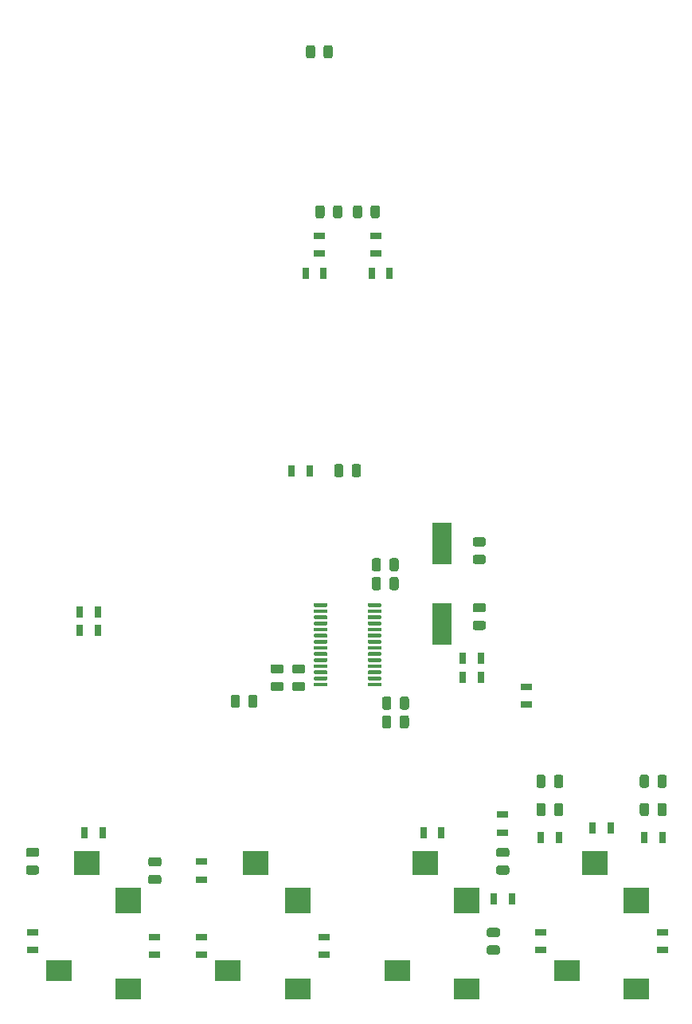
<source format=gbr>
%TF.GenerationSoftware,KiCad,Pcbnew,(5.1.6)-1*%
%TF.CreationDate,2021-01-03T17:25:38+01:00*%
%TF.ProjectId,Nucleo144_DSP,4e75636c-656f-4313-9434-5f4453502e6b,rev?*%
%TF.SameCoordinates,Original*%
%TF.FileFunction,Paste,Top*%
%TF.FilePolarity,Positive*%
%FSLAX46Y46*%
G04 Gerber Fmt 4.6, Leading zero omitted, Abs format (unit mm)*
G04 Created by KiCad (PCBNEW (5.1.6)-1) date 2021-01-03 17:25:38*
%MOMM*%
%LPD*%
G01*
G04 APERTURE LIST*
%ADD10R,2.000000X4.500000*%
%ADD11R,0.700000X1.300000*%
%ADD12R,1.300000X0.700000*%
%ADD13R,2.800000X2.800000*%
%ADD14R,2.800000X2.600000*%
%ADD15R,2.800000X2.200000*%
G04 APERTURE END LIST*
D10*
%TO.C,Y1*%
X146000000Y-117250000D03*
X146000000Y-125750000D03*
%TD*%
%TO.C,C1*%
G36*
G01*
X152956250Y-150550000D02*
X152043750Y-150550000D01*
G75*
G02*
X151800000Y-150306250I0J243750D01*
G01*
X151800000Y-149818750D01*
G75*
G02*
X152043750Y-149575000I243750J0D01*
G01*
X152956250Y-149575000D01*
G75*
G02*
X153200000Y-149818750I0J-243750D01*
G01*
X153200000Y-150306250D01*
G75*
G02*
X152956250Y-150550000I-243750J0D01*
G01*
G37*
G36*
G01*
X152956250Y-152425000D02*
X152043750Y-152425000D01*
G75*
G02*
X151800000Y-152181250I0J243750D01*
G01*
X151800000Y-151693750D01*
G75*
G02*
X152043750Y-151450000I243750J0D01*
G01*
X152956250Y-151450000D01*
G75*
G02*
X153200000Y-151693750I0J-243750D01*
G01*
X153200000Y-152181250D01*
G75*
G02*
X152956250Y-152425000I-243750J0D01*
G01*
G37*
%TD*%
%TO.C,C3*%
G36*
G01*
X138575000Y-119956250D02*
X138575000Y-119043750D01*
G75*
G02*
X138818750Y-118800000I243750J0D01*
G01*
X139306250Y-118800000D01*
G75*
G02*
X139550000Y-119043750I0J-243750D01*
G01*
X139550000Y-119956250D01*
G75*
G02*
X139306250Y-120200000I-243750J0D01*
G01*
X138818750Y-120200000D01*
G75*
G02*
X138575000Y-119956250I0J243750D01*
G01*
G37*
G36*
G01*
X140450000Y-119956250D02*
X140450000Y-119043750D01*
G75*
G02*
X140693750Y-118800000I243750J0D01*
G01*
X141181250Y-118800000D01*
G75*
G02*
X141425000Y-119043750I0J-243750D01*
G01*
X141425000Y-119956250D01*
G75*
G02*
X141181250Y-120200000I-243750J0D01*
G01*
X140693750Y-120200000D01*
G75*
G02*
X140450000Y-119956250I0J243750D01*
G01*
G37*
%TD*%
%TO.C,C4*%
G36*
G01*
X128043750Y-130075000D02*
X128956250Y-130075000D01*
G75*
G02*
X129200000Y-130318750I0J-243750D01*
G01*
X129200000Y-130806250D01*
G75*
G02*
X128956250Y-131050000I-243750J0D01*
G01*
X128043750Y-131050000D01*
G75*
G02*
X127800000Y-130806250I0J243750D01*
G01*
X127800000Y-130318750D01*
G75*
G02*
X128043750Y-130075000I243750J0D01*
G01*
G37*
G36*
G01*
X128043750Y-131950000D02*
X128956250Y-131950000D01*
G75*
G02*
X129200000Y-132193750I0J-243750D01*
G01*
X129200000Y-132681250D01*
G75*
G02*
X128956250Y-132925000I-243750J0D01*
G01*
X128043750Y-132925000D01*
G75*
G02*
X127800000Y-132681250I0J243750D01*
G01*
X127800000Y-132193750D01*
G75*
G02*
X128043750Y-131950000I243750J0D01*
G01*
G37*
%TD*%
%TO.C,C2*%
G36*
G01*
X151956250Y-160925000D02*
X151043750Y-160925000D01*
G75*
G02*
X150800000Y-160681250I0J243750D01*
G01*
X150800000Y-160193750D01*
G75*
G02*
X151043750Y-159950000I243750J0D01*
G01*
X151956250Y-159950000D01*
G75*
G02*
X152200000Y-160193750I0J-243750D01*
G01*
X152200000Y-160681250D01*
G75*
G02*
X151956250Y-160925000I-243750J0D01*
G01*
G37*
G36*
G01*
X151956250Y-159050000D02*
X151043750Y-159050000D01*
G75*
G02*
X150800000Y-158806250I0J243750D01*
G01*
X150800000Y-158318750D01*
G75*
G02*
X151043750Y-158075000I243750J0D01*
G01*
X151956250Y-158075000D01*
G75*
G02*
X152200000Y-158318750I0J-243750D01*
G01*
X152200000Y-158806250D01*
G75*
G02*
X151956250Y-159050000I-243750J0D01*
G01*
G37*
%TD*%
%TO.C,C5*%
G36*
G01*
X140450000Y-121956250D02*
X140450000Y-121043750D01*
G75*
G02*
X140693750Y-120800000I243750J0D01*
G01*
X141181250Y-120800000D01*
G75*
G02*
X141425000Y-121043750I0J-243750D01*
G01*
X141425000Y-121956250D01*
G75*
G02*
X141181250Y-122200000I-243750J0D01*
G01*
X140693750Y-122200000D01*
G75*
G02*
X140450000Y-121956250I0J243750D01*
G01*
G37*
G36*
G01*
X138575000Y-121956250D02*
X138575000Y-121043750D01*
G75*
G02*
X138818750Y-120800000I243750J0D01*
G01*
X139306250Y-120800000D01*
G75*
G02*
X139550000Y-121043750I0J-243750D01*
G01*
X139550000Y-121956250D01*
G75*
G02*
X139306250Y-122200000I-243750J0D01*
G01*
X138818750Y-122200000D01*
G75*
G02*
X138575000Y-121956250I0J243750D01*
G01*
G37*
%TD*%
%TO.C,C6*%
G36*
G01*
X130343750Y-131950000D02*
X131256250Y-131950000D01*
G75*
G02*
X131500000Y-132193750I0J-243750D01*
G01*
X131500000Y-132681250D01*
G75*
G02*
X131256250Y-132925000I-243750J0D01*
G01*
X130343750Y-132925000D01*
G75*
G02*
X130100000Y-132681250I0J243750D01*
G01*
X130100000Y-132193750D01*
G75*
G02*
X130343750Y-131950000I243750J0D01*
G01*
G37*
G36*
G01*
X130343750Y-130075000D02*
X131256250Y-130075000D01*
G75*
G02*
X131500000Y-130318750I0J-243750D01*
G01*
X131500000Y-130806250D01*
G75*
G02*
X131256250Y-131050000I-243750J0D01*
G01*
X130343750Y-131050000D01*
G75*
G02*
X130100000Y-130806250I0J243750D01*
G01*
X130100000Y-130318750D01*
G75*
G02*
X130343750Y-130075000I243750J0D01*
G01*
G37*
%TD*%
%TO.C,C7*%
G36*
G01*
X167075000Y-145956250D02*
X167075000Y-145043750D01*
G75*
G02*
X167318750Y-144800000I243750J0D01*
G01*
X167806250Y-144800000D01*
G75*
G02*
X168050000Y-145043750I0J-243750D01*
G01*
X168050000Y-145956250D01*
G75*
G02*
X167806250Y-146200000I-243750J0D01*
G01*
X167318750Y-146200000D01*
G75*
G02*
X167075000Y-145956250I0J243750D01*
G01*
G37*
G36*
G01*
X168950000Y-145956250D02*
X168950000Y-145043750D01*
G75*
G02*
X169193750Y-144800000I243750J0D01*
G01*
X169681250Y-144800000D01*
G75*
G02*
X169925000Y-145043750I0J-243750D01*
G01*
X169925000Y-145956250D01*
G75*
G02*
X169681250Y-146200000I-243750J0D01*
G01*
X169193750Y-146200000D01*
G75*
G02*
X168950000Y-145956250I0J243750D01*
G01*
G37*
%TD*%
%TO.C,C8*%
G36*
G01*
X168050000Y-142043750D02*
X168050000Y-142956250D01*
G75*
G02*
X167806250Y-143200000I-243750J0D01*
G01*
X167318750Y-143200000D01*
G75*
G02*
X167075000Y-142956250I0J243750D01*
G01*
X167075000Y-142043750D01*
G75*
G02*
X167318750Y-141800000I243750J0D01*
G01*
X167806250Y-141800000D01*
G75*
G02*
X168050000Y-142043750I0J-243750D01*
G01*
G37*
G36*
G01*
X169925000Y-142043750D02*
X169925000Y-142956250D01*
G75*
G02*
X169681250Y-143200000I-243750J0D01*
G01*
X169193750Y-143200000D01*
G75*
G02*
X168950000Y-142956250I0J243750D01*
G01*
X168950000Y-142043750D01*
G75*
G02*
X169193750Y-141800000I243750J0D01*
G01*
X169681250Y-141800000D01*
G75*
G02*
X169925000Y-142043750I0J-243750D01*
G01*
G37*
%TD*%
%TO.C,C9*%
G36*
G01*
X157950000Y-142956250D02*
X157950000Y-142043750D01*
G75*
G02*
X158193750Y-141800000I243750J0D01*
G01*
X158681250Y-141800000D01*
G75*
G02*
X158925000Y-142043750I0J-243750D01*
G01*
X158925000Y-142956250D01*
G75*
G02*
X158681250Y-143200000I-243750J0D01*
G01*
X158193750Y-143200000D01*
G75*
G02*
X157950000Y-142956250I0J243750D01*
G01*
G37*
G36*
G01*
X156075000Y-142956250D02*
X156075000Y-142043750D01*
G75*
G02*
X156318750Y-141800000I243750J0D01*
G01*
X156806250Y-141800000D01*
G75*
G02*
X157050000Y-142043750I0J-243750D01*
G01*
X157050000Y-142956250D01*
G75*
G02*
X156806250Y-143200000I-243750J0D01*
G01*
X156318750Y-143200000D01*
G75*
G02*
X156075000Y-142956250I0J243750D01*
G01*
G37*
%TD*%
%TO.C,C10*%
G36*
G01*
X157950000Y-145956250D02*
X157950000Y-145043750D01*
G75*
G02*
X158193750Y-144800000I243750J0D01*
G01*
X158681250Y-144800000D01*
G75*
G02*
X158925000Y-145043750I0J-243750D01*
G01*
X158925000Y-145956250D01*
G75*
G02*
X158681250Y-146200000I-243750J0D01*
G01*
X158193750Y-146200000D01*
G75*
G02*
X157950000Y-145956250I0J243750D01*
G01*
G37*
G36*
G01*
X156075000Y-145956250D02*
X156075000Y-145043750D01*
G75*
G02*
X156318750Y-144800000I243750J0D01*
G01*
X156806250Y-144800000D01*
G75*
G02*
X157050000Y-145043750I0J-243750D01*
G01*
X157050000Y-145956250D01*
G75*
G02*
X156806250Y-146200000I-243750J0D01*
G01*
X156318750Y-146200000D01*
G75*
G02*
X156075000Y-145956250I0J243750D01*
G01*
G37*
%TD*%
%TO.C,C11*%
G36*
G01*
X149543750Y-123575000D02*
X150456250Y-123575000D01*
G75*
G02*
X150700000Y-123818750I0J-243750D01*
G01*
X150700000Y-124306250D01*
G75*
G02*
X150456250Y-124550000I-243750J0D01*
G01*
X149543750Y-124550000D01*
G75*
G02*
X149300000Y-124306250I0J243750D01*
G01*
X149300000Y-123818750D01*
G75*
G02*
X149543750Y-123575000I243750J0D01*
G01*
G37*
G36*
G01*
X149543750Y-125450000D02*
X150456250Y-125450000D01*
G75*
G02*
X150700000Y-125693750I0J-243750D01*
G01*
X150700000Y-126181250D01*
G75*
G02*
X150456250Y-126425000I-243750J0D01*
G01*
X149543750Y-126425000D01*
G75*
G02*
X149300000Y-126181250I0J243750D01*
G01*
X149300000Y-125693750D01*
G75*
G02*
X149543750Y-125450000I243750J0D01*
G01*
G37*
%TD*%
%TO.C,C12*%
G36*
G01*
X150456250Y-119425000D02*
X149543750Y-119425000D01*
G75*
G02*
X149300000Y-119181250I0J243750D01*
G01*
X149300000Y-118693750D01*
G75*
G02*
X149543750Y-118450000I243750J0D01*
G01*
X150456250Y-118450000D01*
G75*
G02*
X150700000Y-118693750I0J-243750D01*
G01*
X150700000Y-119181250D01*
G75*
G02*
X150456250Y-119425000I-243750J0D01*
G01*
G37*
G36*
G01*
X150456250Y-117550000D02*
X149543750Y-117550000D01*
G75*
G02*
X149300000Y-117306250I0J243750D01*
G01*
X149300000Y-116818750D01*
G75*
G02*
X149543750Y-116575000I243750J0D01*
G01*
X150456250Y-116575000D01*
G75*
G02*
X150700000Y-116818750I0J-243750D01*
G01*
X150700000Y-117306250D01*
G75*
G02*
X150456250Y-117550000I-243750J0D01*
G01*
G37*
%TD*%
%TO.C,C13*%
G36*
G01*
X142525000Y-135743750D02*
X142525000Y-136656250D01*
G75*
G02*
X142281250Y-136900000I-243750J0D01*
G01*
X141793750Y-136900000D01*
G75*
G02*
X141550000Y-136656250I0J243750D01*
G01*
X141550000Y-135743750D01*
G75*
G02*
X141793750Y-135500000I243750J0D01*
G01*
X142281250Y-135500000D01*
G75*
G02*
X142525000Y-135743750I0J-243750D01*
G01*
G37*
G36*
G01*
X140650000Y-135743750D02*
X140650000Y-136656250D01*
G75*
G02*
X140406250Y-136900000I-243750J0D01*
G01*
X139918750Y-136900000D01*
G75*
G02*
X139675000Y-136656250I0J243750D01*
G01*
X139675000Y-135743750D01*
G75*
G02*
X139918750Y-135500000I243750J0D01*
G01*
X140406250Y-135500000D01*
G75*
G02*
X140650000Y-135743750I0J-243750D01*
G01*
G37*
%TD*%
%TO.C,C14*%
G36*
G01*
X140650000Y-133743750D02*
X140650000Y-134656250D01*
G75*
G02*
X140406250Y-134900000I-243750J0D01*
G01*
X139918750Y-134900000D01*
G75*
G02*
X139675000Y-134656250I0J243750D01*
G01*
X139675000Y-133743750D01*
G75*
G02*
X139918750Y-133500000I243750J0D01*
G01*
X140406250Y-133500000D01*
G75*
G02*
X140650000Y-133743750I0J-243750D01*
G01*
G37*
G36*
G01*
X142525000Y-133743750D02*
X142525000Y-134656250D01*
G75*
G02*
X142281250Y-134900000I-243750J0D01*
G01*
X141793750Y-134900000D01*
G75*
G02*
X141550000Y-134656250I0J243750D01*
G01*
X141550000Y-133743750D01*
G75*
G02*
X141793750Y-133500000I243750J0D01*
G01*
X142281250Y-133500000D01*
G75*
G02*
X142525000Y-133743750I0J-243750D01*
G01*
G37*
%TD*%
%TO.C,C17*%
G36*
G01*
X115956250Y-151550000D02*
X115043750Y-151550000D01*
G75*
G02*
X114800000Y-151306250I0J243750D01*
G01*
X114800000Y-150818750D01*
G75*
G02*
X115043750Y-150575000I243750J0D01*
G01*
X115956250Y-150575000D01*
G75*
G02*
X116200000Y-150818750I0J-243750D01*
G01*
X116200000Y-151306250D01*
G75*
G02*
X115956250Y-151550000I-243750J0D01*
G01*
G37*
G36*
G01*
X115956250Y-153425000D02*
X115043750Y-153425000D01*
G75*
G02*
X114800000Y-153181250I0J243750D01*
G01*
X114800000Y-152693750D01*
G75*
G02*
X115043750Y-152450000I243750J0D01*
G01*
X115956250Y-152450000D01*
G75*
G02*
X116200000Y-152693750I0J-243750D01*
G01*
X116200000Y-153181250D01*
G75*
G02*
X115956250Y-153425000I-243750J0D01*
G01*
G37*
%TD*%
%TO.C,C18*%
G36*
G01*
X102956250Y-152425000D02*
X102043750Y-152425000D01*
G75*
G02*
X101800000Y-152181250I0J243750D01*
G01*
X101800000Y-151693750D01*
G75*
G02*
X102043750Y-151450000I243750J0D01*
G01*
X102956250Y-151450000D01*
G75*
G02*
X103200000Y-151693750I0J-243750D01*
G01*
X103200000Y-152181250D01*
G75*
G02*
X102956250Y-152425000I-243750J0D01*
G01*
G37*
G36*
G01*
X102956250Y-150550000D02*
X102043750Y-150550000D01*
G75*
G02*
X101800000Y-150306250I0J243750D01*
G01*
X101800000Y-149818750D01*
G75*
G02*
X102043750Y-149575000I243750J0D01*
G01*
X102956250Y-149575000D01*
G75*
G02*
X103200000Y-149818750I0J-243750D01*
G01*
X103200000Y-150306250D01*
G75*
G02*
X102956250Y-150550000I-243750J0D01*
G01*
G37*
%TD*%
%TO.C,C19*%
G36*
G01*
X138450000Y-82456250D02*
X138450000Y-81543750D01*
G75*
G02*
X138693750Y-81300000I243750J0D01*
G01*
X139181250Y-81300000D01*
G75*
G02*
X139425000Y-81543750I0J-243750D01*
G01*
X139425000Y-82456250D01*
G75*
G02*
X139181250Y-82700000I-243750J0D01*
G01*
X138693750Y-82700000D01*
G75*
G02*
X138450000Y-82456250I0J243750D01*
G01*
G37*
G36*
G01*
X136575000Y-82456250D02*
X136575000Y-81543750D01*
G75*
G02*
X136818750Y-81300000I243750J0D01*
G01*
X137306250Y-81300000D01*
G75*
G02*
X137550000Y-81543750I0J-243750D01*
G01*
X137550000Y-82456250D01*
G75*
G02*
X137306250Y-82700000I-243750J0D01*
G01*
X136818750Y-82700000D01*
G75*
G02*
X136575000Y-82456250I0J243750D01*
G01*
G37*
%TD*%
%TO.C,C20*%
G36*
G01*
X132575000Y-82456250D02*
X132575000Y-81543750D01*
G75*
G02*
X132818750Y-81300000I243750J0D01*
G01*
X133306250Y-81300000D01*
G75*
G02*
X133550000Y-81543750I0J-243750D01*
G01*
X133550000Y-82456250D01*
G75*
G02*
X133306250Y-82700000I-243750J0D01*
G01*
X132818750Y-82700000D01*
G75*
G02*
X132575000Y-82456250I0J243750D01*
G01*
G37*
G36*
G01*
X134450000Y-82456250D02*
X134450000Y-81543750D01*
G75*
G02*
X134693750Y-81300000I243750J0D01*
G01*
X135181250Y-81300000D01*
G75*
G02*
X135425000Y-81543750I0J-243750D01*
G01*
X135425000Y-82456250D01*
G75*
G02*
X135181250Y-82700000I-243750J0D01*
G01*
X134693750Y-82700000D01*
G75*
G02*
X134450000Y-82456250I0J243750D01*
G01*
G37*
%TD*%
%TO.C,C21*%
G36*
G01*
X134575000Y-109956250D02*
X134575000Y-109043750D01*
G75*
G02*
X134818750Y-108800000I243750J0D01*
G01*
X135306250Y-108800000D01*
G75*
G02*
X135550000Y-109043750I0J-243750D01*
G01*
X135550000Y-109956250D01*
G75*
G02*
X135306250Y-110200000I-243750J0D01*
G01*
X134818750Y-110200000D01*
G75*
G02*
X134575000Y-109956250I0J243750D01*
G01*
G37*
G36*
G01*
X136450000Y-109956250D02*
X136450000Y-109043750D01*
G75*
G02*
X136693750Y-108800000I243750J0D01*
G01*
X137181250Y-108800000D01*
G75*
G02*
X137425000Y-109043750I0J-243750D01*
G01*
X137425000Y-109956250D01*
G75*
G02*
X137181250Y-110200000I-243750J0D01*
G01*
X136693750Y-110200000D01*
G75*
G02*
X136450000Y-109956250I0J243750D01*
G01*
G37*
%TD*%
%TO.C,C22*%
G36*
G01*
X133450000Y-65456250D02*
X133450000Y-64543750D01*
G75*
G02*
X133693750Y-64300000I243750J0D01*
G01*
X134181250Y-64300000D01*
G75*
G02*
X134425000Y-64543750I0J-243750D01*
G01*
X134425000Y-65456250D01*
G75*
G02*
X134181250Y-65700000I-243750J0D01*
G01*
X133693750Y-65700000D01*
G75*
G02*
X133450000Y-65456250I0J243750D01*
G01*
G37*
G36*
G01*
X131575000Y-65456250D02*
X131575000Y-64543750D01*
G75*
G02*
X131818750Y-64300000I243750J0D01*
G01*
X132306250Y-64300000D01*
G75*
G02*
X132550000Y-64543750I0J-243750D01*
G01*
X132550000Y-65456250D01*
G75*
G02*
X132306250Y-65700000I-243750J0D01*
G01*
X131818750Y-65700000D01*
G75*
G02*
X131575000Y-65456250I0J243750D01*
G01*
G37*
%TD*%
%TO.C,FB1*%
G36*
G01*
X126425000Y-133543750D02*
X126425000Y-134456250D01*
G75*
G02*
X126181250Y-134700000I-243750J0D01*
G01*
X125693750Y-134700000D01*
G75*
G02*
X125450000Y-134456250I0J243750D01*
G01*
X125450000Y-133543750D01*
G75*
G02*
X125693750Y-133300000I243750J0D01*
G01*
X126181250Y-133300000D01*
G75*
G02*
X126425000Y-133543750I0J-243750D01*
G01*
G37*
G36*
G01*
X124550000Y-133543750D02*
X124550000Y-134456250D01*
G75*
G02*
X124306250Y-134700000I-243750J0D01*
G01*
X123818750Y-134700000D01*
G75*
G02*
X123575000Y-134456250I0J243750D01*
G01*
X123575000Y-133543750D01*
G75*
G02*
X123818750Y-133300000I243750J0D01*
G01*
X124306250Y-133300000D01*
G75*
G02*
X124550000Y-133543750I0J-243750D01*
G01*
G37*
%TD*%
D11*
%TO.C,R1*%
X151550000Y-155000000D03*
X153450000Y-155000000D03*
%TD*%
D12*
%TO.C,R2*%
X152500000Y-146050000D03*
X152500000Y-147950000D03*
%TD*%
D11*
%TO.C,R3*%
X145950000Y-148000000D03*
X144050000Y-148000000D03*
%TD*%
%TO.C,R4*%
X107550000Y-124500000D03*
X109450000Y-124500000D03*
%TD*%
%TO.C,R5*%
X109450000Y-126500000D03*
X107550000Y-126500000D03*
%TD*%
%TO.C,R7*%
X169450000Y-148500000D03*
X167550000Y-148500000D03*
%TD*%
%TO.C,R8*%
X148250000Y-131500000D03*
X150150000Y-131500000D03*
%TD*%
%TO.C,R9*%
X150150000Y-129400000D03*
X148250000Y-129400000D03*
%TD*%
D12*
%TO.C,R10*%
X169500000Y-158550000D03*
X169500000Y-160450000D03*
%TD*%
%TO.C,R11*%
X156500000Y-158550000D03*
X156500000Y-160450000D03*
%TD*%
D11*
%TO.C,R12*%
X156550000Y-148500000D03*
X158450000Y-148500000D03*
%TD*%
D12*
%TO.C,R14*%
X133500000Y-160950000D03*
X133500000Y-159050000D03*
%TD*%
%TO.C,R16*%
X120500000Y-160950000D03*
X120500000Y-159050000D03*
%TD*%
%TO.C,R13*%
X120500000Y-152950000D03*
X120500000Y-151050000D03*
%TD*%
%TO.C,R23*%
X115500000Y-160950000D03*
X115500000Y-159050000D03*
%TD*%
%TO.C,R24*%
X102500000Y-160450000D03*
X102500000Y-158550000D03*
%TD*%
D11*
%TO.C,R17*%
X131550000Y-88500000D03*
X133450000Y-88500000D03*
%TD*%
%TO.C,R18*%
X138550000Y-88500000D03*
X140450000Y-88500000D03*
%TD*%
%TO.C,R19*%
X130050000Y-109500000D03*
X131950000Y-109500000D03*
%TD*%
D12*
%TO.C,R20*%
X139000000Y-84550000D03*
X139000000Y-86450000D03*
%TD*%
%TO.C,R21*%
X133000000Y-84550000D03*
X133000000Y-86450000D03*
%TD*%
%TO.C,U1*%
G36*
G01*
X132400000Y-123875000D02*
X132400000Y-123675000D01*
G75*
G02*
X132500000Y-123575000I100000J0D01*
G01*
X133775000Y-123575000D01*
G75*
G02*
X133875000Y-123675000I0J-100000D01*
G01*
X133875000Y-123875000D01*
G75*
G02*
X133775000Y-123975000I-100000J0D01*
G01*
X132500000Y-123975000D01*
G75*
G02*
X132400000Y-123875000I0J100000D01*
G01*
G37*
G36*
G01*
X132400000Y-124525000D02*
X132400000Y-124325000D01*
G75*
G02*
X132500000Y-124225000I100000J0D01*
G01*
X133775000Y-124225000D01*
G75*
G02*
X133875000Y-124325000I0J-100000D01*
G01*
X133875000Y-124525000D01*
G75*
G02*
X133775000Y-124625000I-100000J0D01*
G01*
X132500000Y-124625000D01*
G75*
G02*
X132400000Y-124525000I0J100000D01*
G01*
G37*
G36*
G01*
X132400000Y-125175000D02*
X132400000Y-124975000D01*
G75*
G02*
X132500000Y-124875000I100000J0D01*
G01*
X133775000Y-124875000D01*
G75*
G02*
X133875000Y-124975000I0J-100000D01*
G01*
X133875000Y-125175000D01*
G75*
G02*
X133775000Y-125275000I-100000J0D01*
G01*
X132500000Y-125275000D01*
G75*
G02*
X132400000Y-125175000I0J100000D01*
G01*
G37*
G36*
G01*
X132400000Y-125825000D02*
X132400000Y-125625000D01*
G75*
G02*
X132500000Y-125525000I100000J0D01*
G01*
X133775000Y-125525000D01*
G75*
G02*
X133875000Y-125625000I0J-100000D01*
G01*
X133875000Y-125825000D01*
G75*
G02*
X133775000Y-125925000I-100000J0D01*
G01*
X132500000Y-125925000D01*
G75*
G02*
X132400000Y-125825000I0J100000D01*
G01*
G37*
G36*
G01*
X132400000Y-126475000D02*
X132400000Y-126275000D01*
G75*
G02*
X132500000Y-126175000I100000J0D01*
G01*
X133775000Y-126175000D01*
G75*
G02*
X133875000Y-126275000I0J-100000D01*
G01*
X133875000Y-126475000D01*
G75*
G02*
X133775000Y-126575000I-100000J0D01*
G01*
X132500000Y-126575000D01*
G75*
G02*
X132400000Y-126475000I0J100000D01*
G01*
G37*
G36*
G01*
X132400000Y-127125000D02*
X132400000Y-126925000D01*
G75*
G02*
X132500000Y-126825000I100000J0D01*
G01*
X133775000Y-126825000D01*
G75*
G02*
X133875000Y-126925000I0J-100000D01*
G01*
X133875000Y-127125000D01*
G75*
G02*
X133775000Y-127225000I-100000J0D01*
G01*
X132500000Y-127225000D01*
G75*
G02*
X132400000Y-127125000I0J100000D01*
G01*
G37*
G36*
G01*
X132400000Y-127775000D02*
X132400000Y-127575000D01*
G75*
G02*
X132500000Y-127475000I100000J0D01*
G01*
X133775000Y-127475000D01*
G75*
G02*
X133875000Y-127575000I0J-100000D01*
G01*
X133875000Y-127775000D01*
G75*
G02*
X133775000Y-127875000I-100000J0D01*
G01*
X132500000Y-127875000D01*
G75*
G02*
X132400000Y-127775000I0J100000D01*
G01*
G37*
G36*
G01*
X132400000Y-128425000D02*
X132400000Y-128225000D01*
G75*
G02*
X132500000Y-128125000I100000J0D01*
G01*
X133775000Y-128125000D01*
G75*
G02*
X133875000Y-128225000I0J-100000D01*
G01*
X133875000Y-128425000D01*
G75*
G02*
X133775000Y-128525000I-100000J0D01*
G01*
X132500000Y-128525000D01*
G75*
G02*
X132400000Y-128425000I0J100000D01*
G01*
G37*
G36*
G01*
X132400000Y-129075000D02*
X132400000Y-128875000D01*
G75*
G02*
X132500000Y-128775000I100000J0D01*
G01*
X133775000Y-128775000D01*
G75*
G02*
X133875000Y-128875000I0J-100000D01*
G01*
X133875000Y-129075000D01*
G75*
G02*
X133775000Y-129175000I-100000J0D01*
G01*
X132500000Y-129175000D01*
G75*
G02*
X132400000Y-129075000I0J100000D01*
G01*
G37*
G36*
G01*
X132400000Y-129725000D02*
X132400000Y-129525000D01*
G75*
G02*
X132500000Y-129425000I100000J0D01*
G01*
X133775000Y-129425000D01*
G75*
G02*
X133875000Y-129525000I0J-100000D01*
G01*
X133875000Y-129725000D01*
G75*
G02*
X133775000Y-129825000I-100000J0D01*
G01*
X132500000Y-129825000D01*
G75*
G02*
X132400000Y-129725000I0J100000D01*
G01*
G37*
G36*
G01*
X132400000Y-130375000D02*
X132400000Y-130175000D01*
G75*
G02*
X132500000Y-130075000I100000J0D01*
G01*
X133775000Y-130075000D01*
G75*
G02*
X133875000Y-130175000I0J-100000D01*
G01*
X133875000Y-130375000D01*
G75*
G02*
X133775000Y-130475000I-100000J0D01*
G01*
X132500000Y-130475000D01*
G75*
G02*
X132400000Y-130375000I0J100000D01*
G01*
G37*
G36*
G01*
X132400000Y-131025000D02*
X132400000Y-130825000D01*
G75*
G02*
X132500000Y-130725000I100000J0D01*
G01*
X133775000Y-130725000D01*
G75*
G02*
X133875000Y-130825000I0J-100000D01*
G01*
X133875000Y-131025000D01*
G75*
G02*
X133775000Y-131125000I-100000J0D01*
G01*
X132500000Y-131125000D01*
G75*
G02*
X132400000Y-131025000I0J100000D01*
G01*
G37*
G36*
G01*
X132400000Y-131675000D02*
X132400000Y-131475000D01*
G75*
G02*
X132500000Y-131375000I100000J0D01*
G01*
X133775000Y-131375000D01*
G75*
G02*
X133875000Y-131475000I0J-100000D01*
G01*
X133875000Y-131675000D01*
G75*
G02*
X133775000Y-131775000I-100000J0D01*
G01*
X132500000Y-131775000D01*
G75*
G02*
X132400000Y-131675000I0J100000D01*
G01*
G37*
G36*
G01*
X132400000Y-132325000D02*
X132400000Y-132125000D01*
G75*
G02*
X132500000Y-132025000I100000J0D01*
G01*
X133775000Y-132025000D01*
G75*
G02*
X133875000Y-132125000I0J-100000D01*
G01*
X133875000Y-132325000D01*
G75*
G02*
X133775000Y-132425000I-100000J0D01*
G01*
X132500000Y-132425000D01*
G75*
G02*
X132400000Y-132325000I0J100000D01*
G01*
G37*
G36*
G01*
X138125000Y-132325000D02*
X138125000Y-132125000D01*
G75*
G02*
X138225000Y-132025000I100000J0D01*
G01*
X139500000Y-132025000D01*
G75*
G02*
X139600000Y-132125000I0J-100000D01*
G01*
X139600000Y-132325000D01*
G75*
G02*
X139500000Y-132425000I-100000J0D01*
G01*
X138225000Y-132425000D01*
G75*
G02*
X138125000Y-132325000I0J100000D01*
G01*
G37*
G36*
G01*
X138125000Y-131675000D02*
X138125000Y-131475000D01*
G75*
G02*
X138225000Y-131375000I100000J0D01*
G01*
X139500000Y-131375000D01*
G75*
G02*
X139600000Y-131475000I0J-100000D01*
G01*
X139600000Y-131675000D01*
G75*
G02*
X139500000Y-131775000I-100000J0D01*
G01*
X138225000Y-131775000D01*
G75*
G02*
X138125000Y-131675000I0J100000D01*
G01*
G37*
G36*
G01*
X138125000Y-131025000D02*
X138125000Y-130825000D01*
G75*
G02*
X138225000Y-130725000I100000J0D01*
G01*
X139500000Y-130725000D01*
G75*
G02*
X139600000Y-130825000I0J-100000D01*
G01*
X139600000Y-131025000D01*
G75*
G02*
X139500000Y-131125000I-100000J0D01*
G01*
X138225000Y-131125000D01*
G75*
G02*
X138125000Y-131025000I0J100000D01*
G01*
G37*
G36*
G01*
X138125000Y-130375000D02*
X138125000Y-130175000D01*
G75*
G02*
X138225000Y-130075000I100000J0D01*
G01*
X139500000Y-130075000D01*
G75*
G02*
X139600000Y-130175000I0J-100000D01*
G01*
X139600000Y-130375000D01*
G75*
G02*
X139500000Y-130475000I-100000J0D01*
G01*
X138225000Y-130475000D01*
G75*
G02*
X138125000Y-130375000I0J100000D01*
G01*
G37*
G36*
G01*
X138125000Y-129725000D02*
X138125000Y-129525000D01*
G75*
G02*
X138225000Y-129425000I100000J0D01*
G01*
X139500000Y-129425000D01*
G75*
G02*
X139600000Y-129525000I0J-100000D01*
G01*
X139600000Y-129725000D01*
G75*
G02*
X139500000Y-129825000I-100000J0D01*
G01*
X138225000Y-129825000D01*
G75*
G02*
X138125000Y-129725000I0J100000D01*
G01*
G37*
G36*
G01*
X138125000Y-129075000D02*
X138125000Y-128875000D01*
G75*
G02*
X138225000Y-128775000I100000J0D01*
G01*
X139500000Y-128775000D01*
G75*
G02*
X139600000Y-128875000I0J-100000D01*
G01*
X139600000Y-129075000D01*
G75*
G02*
X139500000Y-129175000I-100000J0D01*
G01*
X138225000Y-129175000D01*
G75*
G02*
X138125000Y-129075000I0J100000D01*
G01*
G37*
G36*
G01*
X138125000Y-128425000D02*
X138125000Y-128225000D01*
G75*
G02*
X138225000Y-128125000I100000J0D01*
G01*
X139500000Y-128125000D01*
G75*
G02*
X139600000Y-128225000I0J-100000D01*
G01*
X139600000Y-128425000D01*
G75*
G02*
X139500000Y-128525000I-100000J0D01*
G01*
X138225000Y-128525000D01*
G75*
G02*
X138125000Y-128425000I0J100000D01*
G01*
G37*
G36*
G01*
X138125000Y-127775000D02*
X138125000Y-127575000D01*
G75*
G02*
X138225000Y-127475000I100000J0D01*
G01*
X139500000Y-127475000D01*
G75*
G02*
X139600000Y-127575000I0J-100000D01*
G01*
X139600000Y-127775000D01*
G75*
G02*
X139500000Y-127875000I-100000J0D01*
G01*
X138225000Y-127875000D01*
G75*
G02*
X138125000Y-127775000I0J100000D01*
G01*
G37*
G36*
G01*
X138125000Y-127125000D02*
X138125000Y-126925000D01*
G75*
G02*
X138225000Y-126825000I100000J0D01*
G01*
X139500000Y-126825000D01*
G75*
G02*
X139600000Y-126925000I0J-100000D01*
G01*
X139600000Y-127125000D01*
G75*
G02*
X139500000Y-127225000I-100000J0D01*
G01*
X138225000Y-127225000D01*
G75*
G02*
X138125000Y-127125000I0J100000D01*
G01*
G37*
G36*
G01*
X138125000Y-126475000D02*
X138125000Y-126275000D01*
G75*
G02*
X138225000Y-126175000I100000J0D01*
G01*
X139500000Y-126175000D01*
G75*
G02*
X139600000Y-126275000I0J-100000D01*
G01*
X139600000Y-126475000D01*
G75*
G02*
X139500000Y-126575000I-100000J0D01*
G01*
X138225000Y-126575000D01*
G75*
G02*
X138125000Y-126475000I0J100000D01*
G01*
G37*
G36*
G01*
X138125000Y-125825000D02*
X138125000Y-125625000D01*
G75*
G02*
X138225000Y-125525000I100000J0D01*
G01*
X139500000Y-125525000D01*
G75*
G02*
X139600000Y-125625000I0J-100000D01*
G01*
X139600000Y-125825000D01*
G75*
G02*
X139500000Y-125925000I-100000J0D01*
G01*
X138225000Y-125925000D01*
G75*
G02*
X138125000Y-125825000I0J100000D01*
G01*
G37*
G36*
G01*
X138125000Y-125175000D02*
X138125000Y-124975000D01*
G75*
G02*
X138225000Y-124875000I100000J0D01*
G01*
X139500000Y-124875000D01*
G75*
G02*
X139600000Y-124975000I0J-100000D01*
G01*
X139600000Y-125175000D01*
G75*
G02*
X139500000Y-125275000I-100000J0D01*
G01*
X138225000Y-125275000D01*
G75*
G02*
X138125000Y-125175000I0J100000D01*
G01*
G37*
G36*
G01*
X138125000Y-124525000D02*
X138125000Y-124325000D01*
G75*
G02*
X138225000Y-124225000I100000J0D01*
G01*
X139500000Y-124225000D01*
G75*
G02*
X139600000Y-124325000I0J-100000D01*
G01*
X139600000Y-124525000D01*
G75*
G02*
X139500000Y-124625000I-100000J0D01*
G01*
X138225000Y-124625000D01*
G75*
G02*
X138125000Y-124525000I0J100000D01*
G01*
G37*
G36*
G01*
X138125000Y-123875000D02*
X138125000Y-123675000D01*
G75*
G02*
X138225000Y-123575000I100000J0D01*
G01*
X139500000Y-123575000D01*
G75*
G02*
X139600000Y-123675000I0J-100000D01*
G01*
X139600000Y-123875000D01*
G75*
G02*
X139500000Y-123975000I-100000J0D01*
G01*
X138225000Y-123975000D01*
G75*
G02*
X138125000Y-123875000I0J100000D01*
G01*
G37*
%TD*%
D11*
%TO.C,R6*%
X162050000Y-147500000D03*
X163950000Y-147500000D03*
%TD*%
%TO.C,R22*%
X109950000Y-148000000D03*
X108050000Y-148000000D03*
%TD*%
D13*
%TO.C,X1*%
X148700000Y-155200000D03*
D14*
X144250000Y-151200000D03*
D15*
X148700000Y-164600000D03*
X141300000Y-162600000D03*
%TD*%
%TO.C,X2*%
X159300000Y-162600000D03*
X166700000Y-164600000D03*
D14*
X162250000Y-151200000D03*
D13*
X166700000Y-155200000D03*
%TD*%
D15*
%TO.C,X4*%
X105300000Y-162600000D03*
X112700000Y-164600000D03*
D14*
X108250000Y-151200000D03*
D13*
X112700000Y-155200000D03*
%TD*%
%TO.C,X3*%
X130700000Y-155200000D03*
D14*
X126250000Y-151200000D03*
D15*
X130700000Y-164600000D03*
X123300000Y-162600000D03*
%TD*%
D12*
%TO.C,R15*%
X155000000Y-134350000D03*
X155000000Y-132450000D03*
%TD*%
M02*

</source>
